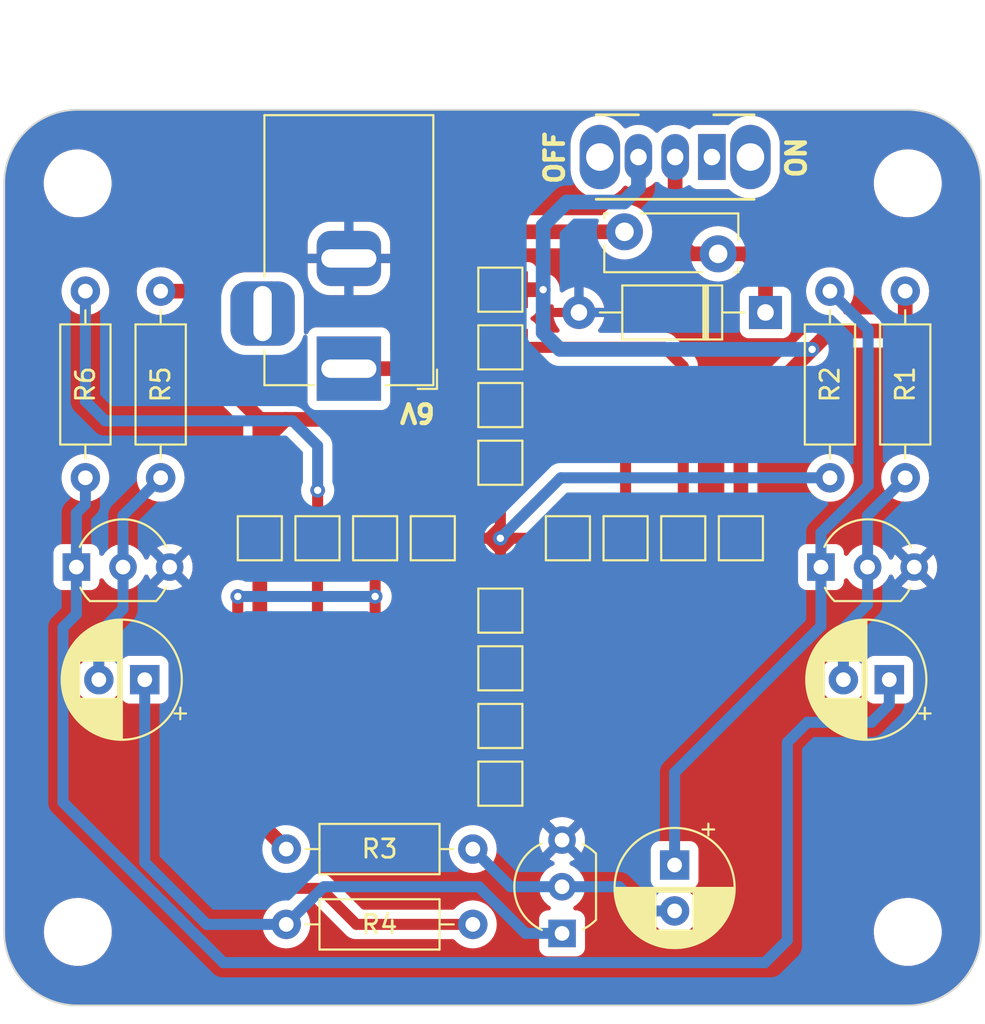
<source format=kicad_pcb>
(kicad_pcb (version 20221018) (generator pcbnew)
  (layers (0 "F.Cu" signal) (31 "B.Cu" signal) (34 "B.Paste" user) (35 "F.Paste" user) (36 "B.SilkS" user "B.Silkscreen") (37 "F.SilkS" user "F.Silkscreen") (38 "B.Mask" user) (39 "F.Mask" user) (44 "Edge.Cuts" user))
  (net 0 "")
  (net 1 "Net-(Q3-C)")
  (net 2 "Net-(Q1-B)")
  (net 3 "Net-(Q1-C)")
  (net 4 "Net-(Q2-B)")
  (net 5 "Net-(Q2-C)")
  (net 6 "Net-(Q3-B)")
  (net 7 "Net-(D2-K)")
  (net 8 "Net-(F1-Pad2)")
  (net 9 "/Vcc")
  (net 10 "/Row1")
  (net 11 "/Row2")
  (net 12 "/Row3")
  (net 14 "GND")
  (footprint "TestPoint:TestPoint_Pad_2.0x2.0mm" (layer "F.Cu") (at 169.42 100.965 -90)
    (fp_text reference "J13" hide)
    (fp_text value "Conn_01x01_Pin")
    (pad "1" smd rect (at 0 0 270) (size 3 2) (layers "F.Cu" "F.Mask") (net 9 "/Vcc"))
  )
  (footprint "TestPoint:TestPoint_Pad_2.0x2.0mm" (layer "F.Cu") (at 156.32 96.855)
    (fp_text reference "J4" hide)
    (fp_text value "Conn_01x01_Pin")
    (pad "1" smd rect (at 0 0) (size 3 2) (layers "F.Cu" "F.Mask") (net 12 "/Row3"))
  )
  (footprint "TestPoint:TestPoint_Pad_2.0x2.0mm" (layer "F.Cu") (at 156.32 114.325 180)
    (fp_text reference "J9" hide)
    (fp_text value "Conn_01x01_Pin")
    (pad "1" smd rect (at 0 0 180) (size 3 2) (layers "F.Cu" "F.Mask") (net 9 "/Vcc"))
  )
  (footprint "Resistor_THT:R_Axial_DIN0207_L6.3mm_D2.5mm_P10.16mm_Horizontal" (layer "F.Cu") (at 144.66 117.885)
    (fp_text reference "R3" (at 5.08 -0.01) (layer "F.SilkS"))
    (fp_text value "10k")
    (pad "1" thru_hole circle (at 0 0) (size 1.6 1.6) (drill 0.8) (layers "*.Cu" "*.Mask") (net 9 "/Vcc"))
    (pad "2" thru_hole oval (at 10.16 0) (size 1.6 1.6) (drill 0.8) (layers "*.Cu" "*.Mask") (net 4 "Net-(Q2-B)"))
  )
  (footprint "MountingHole:MountingHole_3.2mm_M3" (layer "F.Cu") (at 178.51 81.645)
    (fp_text reference "H2")
    (fp_text value "~")
    (pad "" np_thru_hole circle (at 0 0) (size 3.2 3.2) (drill 3.2) (layers "*.Cu" "*.Mask"))
  )
  (footprint "Button_Switch_THT:SW_CuK_OS102011MA1QN1_SPDT_Angled" (layer "F.Cu") (at 167.84 80.215 180)
    (fp_text reference "SW1")
    (fp_text value "SW_SPDT")
    (pad "" thru_hole oval (at -2.1 0 180) (size 2.2 3.5) (drill 1.5) (layers "*.Cu" "*.Mask"))
    (pad "" thru_hole oval (at 6.1 0 180) (size 2.2 3.5) (drill 1.5) (layers "*.Cu" "*.Mask"))
    (pad "1" thru_hole rect (at 0 0 180) (size 1.5 2.5) (drill 0.9) (layers "*.Cu" "*.Mask"))
    (pad "2" thru_hole oval (at 2 0 180) (size 1.5 2.5) (drill 0.9) (layers "*.Cu" "*.Mask") (net 7 "Net-(D2-K)"))
    (pad "3" thru_hole oval (at 4 0 180) (size 1.5 2.5) (drill 0.9) (layers "*.Cu" "*.Mask") (net 9 "/Vcc"))
  )
  (footprint "TestPoint:TestPoint_Pad_2.0x2.0mm" (layer "F.Cu") (at 146.36 100.965 90)
    (fp_text reference "J6" hide)
    (fp_text value "Conn_01x01_Pin")
    (pad "1" smd rect (at 0 0 90) (size 3 2) (layers "F.Cu" "F.Mask") (net 10 "/Row1"))
  )
  (footprint "Resistor_THT:R_Axial_DIN0207_L6.3mm_D2.5mm_P10.16mm_Horizontal" (layer "F.Cu") (at 137.82 87.515 -90)
    (fp_text reference "R5" (at 5.08 0 90) (layer "F.SilkS"))
    (fp_text value "10k")
    (pad "1" thru_hole circle (at 0 0 270) (size 1.6 1.6) (drill 0.8) (layers "*.Cu" "*.Mask") (net 9 "/Vcc"))
    (pad "2" thru_hole oval (at 10.16 0 270) (size 1.6 1.6) (drill 0.8) (layers "*.Cu" "*.Mask") (net 6 "Net-(Q3-B)"))
  )
  (footprint "Capacitor_THT:CP_Radial_D6.3mm_P2.50mm" (layer "F.Cu") (at 165.81 118.75262 -90)
    (fp_text reference "C2")
    (fp_text value "22u")
    (pad "1" thru_hole rect (at 0 0 270) (size 1.6 1.6) (drill 0.8) (layers "*.Cu" "*.Mask") (net 3 "Net-(Q1-C)"))
    (pad "2" thru_hole circle (at 2.5 0 270) (size 1.6 1.6) (drill 0.8) (layers "*.Cu" "*.Mask") (net 4 "Net-(Q2-B)"))
  )
  (footprint "Resistor_THT:R_Axial_DIN0207_L6.3mm_D2.5mm_P10.16mm_Horizontal" (layer "F.Cu") (at 133.72 87.515 -90)
    (fp_text reference "R6" (at 5.08 0 90) (layer "F.SilkS"))
    (fp_text value "R")
    (pad "1" thru_hole circle (at 0 0 270) (size 1.6 1.6) (drill 0.8) (layers "*.Cu" "*.Mask") (net 10 "/Row1"))
    (pad "2" thru_hole oval (at 10.16 0 270) (size 1.6 1.6) (drill 0.8) (layers "*.Cu" "*.Mask") (net 1 "Net-(Q3-C)"))
  )
  (footprint "Capacitor_THT:CP_Radial_D6.3mm_P2.50mm" (layer "F.Cu") (at 177.50238 108.665 180)
    (fp_text reference "C1")
    (fp_text value "22u")
    (pad "1" thru_hole rect (at 0 0 180) (size 1.6 1.6) (drill 0.8) (layers "*.Cu" "*.Mask") (net 1 "Net-(Q3-C)"))
    (pad "2" thru_hole circle (at 2.5 0 180) (size 1.6 1.6) (drill 0.8) (layers "*.Cu" "*.Mask") (net 2 "Net-(Q1-B)"))
  )
  (footprint "TestPoint:TestPoint_Pad_2.0x2.0mm" (layer "F.Cu") (at 152.64 100.965 90)
    (fp_text reference "J8" hide)
    (fp_text value "Conn_01x01_Pin")
    (pad "1" smd rect (at 0 0 90) (size 3 2) (layers "F.Cu" "F.Mask") (net 12 "/Row3"))
  )
  (footprint "TestPoint:TestPoint_Pad_2.0x2.0mm" (layer "F.Cu") (at 160 100.965 -90)
    (fp_text reference "J16" hide)
    (fp_text value "Conn_01x01_Pin")
    (pad "1" smd rect (at 0 0 270) (size 3 2) (layers "F.Cu" "F.Mask") (net 12 "/Row3"))
  )
  (footprint "Resistor_THT:R_Axial_DIN0207_L6.3mm_D2.5mm_P10.16mm_Horizontal" (layer "F.Cu") (at 154.82 121.985 180)
    (fp_text reference "R4" (at 5.08 0) (layer "F.SilkS"))
    (fp_text value "R")
    (pad "1" thru_hole circle (at 0 0 180) (size 1.6 1.6) (drill 0.8) (layers "*.Cu" "*.Mask") (net 11 "/Row2"))
    (pad "2" thru_hole oval (at 10.16 0 180) (size 1.6 1.6) (drill 0.8) (layers "*.Cu" "*.Mask") (net 5 "Net-(Q2-C)"))
  )
  (footprint "MountingHole:MountingHole_3.2mm_M3" (layer "F.Cu") (at 133.31 122.395)
    (fp_text reference "H3")
    (fp_text value "~")
    (pad "" np_thru_hole circle (at 0 0) (size 3.2 3.2) (drill 3.2) (layers "*.Cu" "*.Mask"))
  )
  (footprint "Fuse:Fuse_Bourns_MF-RG300" (layer "F.Cu") (at 168.18 85.485 180)
    (fp_text reference "F1")
    (fp_text value "500mA")
    (pad "1" thru_hole circle (at 0 0 180) (size 2.01 2.01) (drill 1.01) (layers "*.Cu" "*.Mask") (net 7 "Net-(D2-K)"))
    (pad "2" thru_hole circle (at 5.1 1.2 180) (size 2.01 2.01) (drill 1.01) (layers "*.Cu" "*.Mask") (net 8 "Net-(F1-Pad2)"))
  )
  (footprint "TestPoint:TestPoint_Pad_2.0x2.0mm" (layer "F.Cu") (at 156.32 87.435)
    (fp_text reference "J1" hide)
    (fp_text value "Conn_01x01_Pin")
    (pad "1" smd rect (at 0 0) (size 3 2) (layers "F.Cu" "F.Mask") (net 9 "/Vcc"))
  )
  (footprint "TestPoint:TestPoint_Pad_2.0x2.0mm" (layer "F.Cu") (at 149.5 100.965 90)
    (fp_text reference "J7" hide)
    (fp_text value "Conn_01x01_Pin")
    (pad "1" smd rect (at 0 0 90) (size 3 2) (layers "F.Cu" "F.Mask") (net 11 "/Row2"))
  )
  (footprint "TestPoint:TestPoint_Pad_2.0x2.0mm" (layer "F.Cu") (at 156.32 90.575)
    (fp_text reference "J2" hide)
    (fp_text value "Conn_01x01_Pin")
    (pad "1" smd rect (at 0 0) (size 3 2) (layers "F.Cu" "F.Mask") (net 10 "/Row1"))
  )
  (footprint "TestPoint:TestPoint_Pad_2.0x2.0mm" (layer "F.Cu") (at 156.32 93.715)
    (fp_text reference "J3" hide)
    (fp_text value "Conn_01x01_Pin")
    (pad "1" smd rect (at 0 0) (size 3 2) (layers "F.Cu" "F.Mask") (net 11 "/Row2"))
  )
  (footprint "Diode_THT:D_A-405_P10.16mm_Horizontal" (layer "F.Cu") (at 170.76 88.675 180)
    (fp_text reference "D2")
    (fp_text value "D")
    (pad "1" thru_hole rect (at 0 0 180) (size 1.8 1.8) (drill 0.9) (layers "*.Cu" "*.Mask") (net 7 "Net-(D2-K)"))
    (pad "2" thru_hole oval (at 10.16 0 180) (size 1.8 1.8) (drill 0.9) (layers "*.Cu" "*.Mask") (net 14 "GND"))
  )
  (footprint "Package_TO_SOT_THT:TO-92_Inline_Wide" (layer "F.Cu") (at 133.23 102.535)
    (fp_text reference "Q3")
    (fp_text value "NPN")
    (pad "1" thru_hole rect (at 0 0) (size 1.5 1.5) (drill 0.8) (layers "*.Cu" "*.Mask") (net 1 "Net-(Q3-C)"))
    (pad "2" thru_hole circle (at 2.54 0) (size 1.5 1.5) (drill 0.8) (layers "*.Cu" "*.Mask") (net 6 "Net-(Q3-B)"))
    (pad "3" thru_hole circle (at 5.08 0) (size 1.5 1.5) (drill 0.8) (layers "*.Cu" "*.Mask") (net 14 "GND"))
  )
  (footprint "MountingHole:MountingHole_3.2mm_M3" (layer "F.Cu") (at 133.3 81.645)
    (fp_text reference "H1")
    (fp_text value "~")
    (pad "" np_thru_hole circle (at 0 0) (size 3.2 3.2) (drill 3.2) (layers "*.Cu" "*.Mask"))
  )
  (footprint "TestPoint:TestPoint_Pad_2.0x2.0mm" (layer "F.Cu") (at 143.22 100.965 90)
    (fp_text reference "J5" hide)
    (fp_text value "Conn_01x01_Pin")
    (pad "1" smd rect (at 0 0 90) (size 3 2) (layers "F.Cu" "F.Mask") (net 9 "/Vcc"))
  )
  (footprint "Capacitor_THT:CP_Radial_D6.3mm_P2.50mm" (layer "F.Cu") (at 136.95238 108.665 180)
    (fp_text reference "C3")
    (fp_text value "22u")
    (pad "1" thru_hole rect (at 0 0 180) (size 1.6 1.6) (drill 0.8) (layers "*.Cu" "*.Mask") (net 5 "Net-(Q2-C)"))
    (pad "2" thru_hole circle (at 2.5 0 180) (size 1.6 1.6) (drill 0.8) (layers "*.Cu" "*.Mask") (net 6 "Net-(Q3-B)"))
  )
  (footprint "Package_TO_SOT_THT:TO-92_Inline_Wide" (layer "F.Cu") (at 173.78 102.535)
    (fp_text reference "Q1")
    (fp_text value "NPN")
    (pad "1" thru_hole rect (at 0 0) (size 1.5 1.5) (drill 0.8) (layers "*.Cu" "*.Mask") (net 3 "Net-(Q1-C)"))
    (pad "2" thru_hole circle (at 2.54 0) (size 1.5 1.5) (drill 0.8) (layers "*.Cu" "*.Mask") (net 2 "Net-(Q1-B)"))
    (pad "3" thru_hole circle (at 5.08 0) (size 1.5 1.5) (drill 0.8) (layers "*.Cu" "*.Mask") (net 14 "GND"))
  )
  (footprint "TestPoint:TestPoint_Pad_2.0x2.0mm" (layer "F.Cu") (at 166.28 100.965 -90)
    (fp_text reference "J14" hide)
    (fp_text value "Conn_01x01_Pin")
    (pad "1" smd rect (at 0 0 270) (size 3 2) (layers "F.Cu" "F.Mask") (net 10 "/Row1"))
  )
  (footprint "Resistor_THT:R_Axial_DIN0207_L6.3mm_D2.5mm_P10.16mm_Horizontal" (layer "F.Cu") (at 174.27 97.675 90)
    (fp_text reference "R2" (at 5.08 0 90) (layer "F.SilkS"))
    (fp_text value "R")
    (pad "1" thru_hole circle (at 0 0 90) (size 1.6 1.6) (drill 0.8) (layers "*.Cu" "*.Mask") (net 12 "/Row3"))
    (pad "2" thru_hole oval (at 10.16 0 90) (size 1.6 1.6) (drill 0.8) (layers "*.Cu" "*.Mask") (net 3 "Net-(Q1-C)"))
  )
  (footprint "Connector_BarrelJack:BarrelJack_Horizontal" (layer "F.Cu") (at 148.07 91.735 -90)
    (fp_text reference "J17")
    (fp_text value "Jack-DC")
    (pad "1" thru_hole rect (at 0 0 270) (size 3.5 3.5) (drill oval 1 3) (layers "*.Cu" "*.Mask") (net 8 "Net-(F1-Pad2)"))
    (pad "2" thru_hole roundrect (at -6 0 270) (size 3 3.5) (drill oval 1 3) (layers "*.Cu" "*.Mask") (net 14 "GND"))
    (pad "3" thru_hole roundrect (at -3 4.7 270) (size 3.5 3.5) (drill oval 3 1) (layers "*.Cu" "*.Mask"))
  )
  (footprint "TestPoint:TestPoint_Pad_2.0x2.0mm" (layer "F.Cu") (at 156.32 104.905 180)
    (fp_text reference "J12" hide)
    (fp_text value "Conn_01x01_Pin")
    (pad "1" smd rect (at 0 0 180) (size 3 2) (layers "F.Cu" "F.Mask") (net 12 "/Row3"))
  )
  (footprint "MountingHole:MountingHole_3.2mm_M3" (layer "F.Cu") (at 178.51 122.395)
    (fp_text reference "H4")
    (fp_text value "~")
    (pad "" np_thru_hole circle (at 0 0) (size 3.2 3.2) (drill 3.2) (layers "*.Cu" "*.Mask"))
  )
  (footprint "TestPoint:TestPoint_Pad_2.0x2.0mm" (layer "F.Cu") (at 156.32 111.185 180)
    (fp_text reference "J10" hide)
    (fp_text value "Conn_01x01_Pin")
    (pad "1" smd rect (at 0 0 180) (size 3 2) (layers "F.Cu" "F.Mask") (net 10 "/Row1"))
  )
  (footprint "Package_TO_SOT_THT:TO-92_Inline_Wide" (layer "F.Cu") (at 159.68 122.475 90)
    (fp_text reference "Q2")
    (fp_text value "NPN")
    (pad "1" thru_hole rect (at 0 0 90) (size 1.5 1.5) (drill 0.8) (layers "*.Cu" "*.Mask") (net 5 "Net-(Q2-C)"))
    (pad "2" thru_hole circle (at 2.54 0 90) (size 1.5 1.5) (drill 0.8) (layers "*.Cu" "*.Mask") (net 4 "Net-(Q2-B)"))
    (pad "3" thru_hole circle (at 5.08 0 90) (size 1.5 1.5) (drill 0.8) (layers "*.Cu" "*.Mask") (net 14 "GND"))
  )
  (footprint "Resistor_THT:R_Axial_DIN0207_L6.3mm_D2.5mm_P10.16mm_Horizontal" (layer "F.Cu") (at 178.37 87.515 -90)
    (fp_text reference "R1" (at 5.07 0 90) (layer "F.SilkS"))
    (fp_text value "10k")
    (pad "1" thru_hole circle (at 0 0 270) (size 1.6 1.6) (drill 0.8) (layers "*.Cu" "*.Mask") (net 9 "/Vcc"))
    (pad "2" thru_hole oval (at 10.16 0 270) (size 1.6 1.6) (drill 0.8) (layers "*.Cu" "*.Mask") (net 2 "Net-(Q1-B)"))
  )
  (footprint "TestPoint:TestPoint_Pad_2.0x2.0mm" (layer "F.Cu") (at 156.32 108.045 180)
    (fp_text reference "J11" hide)
    (fp_text value "Conn_01x01_Pin")
    (pad "1" smd rect (at 0 0 180) (size 3 2) (layers "F.Cu" "F.Mask") (net 11 "/Row2"))
  )
  (footprint "TestPoint:TestPoint_Pad_2.0x2.0mm" (layer "F.Cu") (at 163.14 100.965 -90)
    (fp_text reference "J15" hide)
    (fp_text value "Conn_01x01_Pin")
    (pad "1" smd rect (at 0 0 270) (size 3 2) (layers "F.Cu" "F.Mask") (net 11 "/Row2"))
  )
  (gr_arc (start 129.3 81.645) (mid 130.471573 78.816573) (end 133.3 77.645) (stroke (width 0.1)) (layer "Edge.Cuts"))
  (gr_arc (start 182.5 122.395) (mid 181.328427 125.223427) (end 178.5 126.395) (stroke (width 0.1)) (layer "Edge.Cuts"))
  (gr_arc (start 133.3 126.395) (mid 130.471573 125.223427) (end 129.3 122.395) (stroke (width 0.1)) (layer "Edge.Cuts"))
  (gr_line (start 182.5 81.645) (end 182.5 122.395) (stroke (width 0.1)) (layer "Edge.Cuts"))
  (gr_line (start 133.3 77.645) (end 178.5 77.645) (stroke (width 0.1)) (layer "Edge.Cuts"))
  (gr_line (start 178.5 126.395) (end 133.3 126.395) (stroke (width 0.1)) (layer "Edge.Cuts"))
  (gr_line (start 129.3 122.395) (end 129.3 81.645) (stroke (width 0.1)) (layer "Edge.Cuts"))
  (gr_arc (start 178.5 77.645) (mid 181.328427 78.816573) (end 182.5 81.645) (stroke (width 0.1)) (layer "Edge.Cuts"))
  (gr_text "6V" (at 152.87 93.55 180) (layer "F.SilkS") (effects (font (size 1 1) (thickness 0.25) bold) (justify left bottom)))
  (gr_text "ON" (at 173.03 81.455 90) (layer "F.SilkS") (effects (font (size 1 1) (thickness 0.25) bold) (justify left bottom)))
  (gr_text "OFF" (at 159.86 81.788334 90) (layer "F.SilkS") (effects (font (size 1 1) (thickness 0.25) bold) (justify left bottom)))
  (segment (start 133.23 99.595) (end 133.72 99.105) (width 0.6) (layer "B.Cu") (net 1))
  (segment (start 133.23 105.095) (end 132.5 105.825) (width 0.6) (layer "B.Cu") (net 1))
  (segment (start 132.5 115.335) (end 141.23 124.065) (width 0.6) (layer "B.Cu") (net 1))
  (segment (start 133.23 102.535) (end 133.23 105.095) (width 0.6) (layer "B.Cu") (net 1))
  (segment (start 141.23 124.065) (end 170.73 124.065) (width 0.6) (layer "B.Cu") (net 1))
  (segment (start 171.95 122.845) (end 171.95 112.075) (width 0.6) (layer "B.Cu") (net 1))
  (segment (start 177.50238 110.01262) (end 177.50238 108.665) (width 0.6) (layer "B.Cu") (net 1))
  (segment (start 133.72 99.105) (end 133.72 97.675) (width 0.6) (layer "B.Cu") (net 1))
  (segment (start 176.53 110.985) (end 177.50238 110.01262) (width 0.6) (layer "B.Cu") (net 1))
  (segment (start 173.04 110.985) (end 176.53 110.985) (width 0.6) (layer "B.Cu") (net 1))
  (segment (start 133.23 102.535) (end 133.23 99.595) (width 0.6) (layer "B.Cu") (net 1))
  (segment (start 132.5 105.825) (end 132.5 115.335) (width 0.6) (layer "B.Cu") (net 1))
  (segment (start 170.73 124.065) (end 171.95 122.845) (width 0.6) (layer "B.Cu") (net 1))
  (segment (start 171.95 112.075) (end 173.04 110.985) (width 0.6) (layer "B.Cu") (net 1))
  (segment (start 175.00238 108.665) (end 175.00238 105.88262) (width 0.6) (layer "B.Cu") (net 2))
  (segment (start 176.32 102.535) (end 176.32 99.725) (width 0.6) (layer "B.Cu") (net 2))
  (segment (start 175.00238 105.88262) (end 176.32 104.565) (width 0.6) (layer "B.Cu") (net 2))
  (segment (start 176.32 99.725) (end 178.37 97.675) (width 0.6) (layer "B.Cu") (net 2))
  (segment (start 176.32 104.565) (end 176.32 102.535) (width 0.6) (layer "B.Cu") (net 2))
  (segment (start 173.78 100.675) (end 176.35 98.105) (width 0.6) (layer "B.Cu") (net 3))
  (segment (start 176.35 89.595) (end 174.27 87.515) (width 0.6) (layer "B.Cu") (net 3))
  (segment (start 173.78 102.535) (end 173.78 105.755) (width 0.6) (layer "B.Cu") (net 3))
  (segment (start 176.35 98.105) (end 176.35 89.595) (width 0.6) (layer "B.Cu") (net 3))
  (segment (start 165.81 113.725) (end 165.81 118.75262) (width 0.6) (layer "B.Cu") (net 3))
  (segment (start 173.78 105.755) (end 165.81 113.725) (width 0.6) (layer "B.Cu") (net 3))
  (segment (start 173.78 102.535) (end 173.78 100.675) (width 0.6) (layer "B.Cu") (net 3))
  (segment (start 156.87 119.935) (end 154.82 117.885) (width 0.6) (layer "B.Cu") (net 4))
  (segment (start 162.79 119.935) (end 159.68 119.935) (width 0.6) (layer "B.Cu") (net 4))
  (segment (start 159.68 119.935) (end 156.87 119.935) (width 0.6) (layer "B.Cu") (net 4))
  (segment (start 165.81 121.25262) (end 164.10762 121.25262) (width 0.6) (layer "B.Cu") (net 4))
  (segment (start 164.10762 121.25262) (end 162.79 119.935) (width 0.6) (layer "B.Cu") (net 4))
  (segment (start 140.33 121.985) (end 136.95238 118.60738) (width 0.6) (layer "B.Cu") (net 5))
  (segment (start 144.66 121.985) (end 140.33 121.985) (width 0.6) (layer "B.Cu") (net 5))
  (segment (start 155.15 119.935) (end 157.69 122.475) (width 0.6) (layer "B.Cu") (net 5))
  (segment (start 146.71 119.935) (end 155.15 119.935) (width 0.6) (layer "B.Cu") (net 5))
  (segment (start 157.69 122.475) (end 159.68 122.475) (width 0.6) (layer "B.Cu") (net 5))
  (segment (start 144.66 121.985) (end 146.71 119.935) (width 0.6) (layer "B.Cu") (net 5))
  (segment (start 136.95238 118.60738) (end 136.95238 108.665) (width 0.6) (layer "B.Cu") (net 5))
  (segment (start 135.77 104.815) (end 135.77 102.535) (width 0.6) (layer "B.Cu") (net 6))
  (segment (start 134.45238 108.665) (end 134.45238 106.13262) (width 0.6) (layer "B.Cu") (net 6))
  (segment (start 135.77 102.535) (end 135.77 99.725) (width 0.6) (layer "B.Cu") (net 6))
  (segment (start 135.77 99.725) (end 137.82 97.675) (width 0.6) (layer "B.Cu") (net 6))
  (segment (start 134.45238 106.13262) (end 135.77 104.815) (width 0.6) (layer "B.Cu") (net 6))
  (segment (start 170.76 86.575) (end 169.67 85.485) (width 0.8) (layer "F.Cu") (net 7))
  (segment (start 166.7 85.485) (end 168.18 85.485) (width 0.8) (layer "F.Cu") (net 7))
  (segment (start 169.67 85.485) (end 168.18 85.485) (width 0.8) (layer "F.Cu") (net 7))
  (segment (start 165.84 80.215) (end 165.84 84.625) (width 0.8) (layer "F.Cu") (net 7))
  (segment (start 170.76 88.675) (end 170.76 86.575) (width 0.8) (layer "F.Cu") (net 7))
  (segment (start 165.84 84.625) (end 166.7 85.485) (width 0.8) (layer "F.Cu") (net 7))
  (segment (start 152.63 85.475) (end 153.82 84.285) (width 0.8) (layer "F.Cu") (net 8))
  (segment (start 148.07 91.735) (end 151.2 91.735) (width 0.8) (layer "F.Cu") (net 8))
  (segment (start 152.63 90.305) (end 152.63 85.475) (width 0.8) (layer "F.Cu") (net 8))
  (segment (start 151.2 91.735) (end 152.63 90.305) (width 0.8) (layer "F.Cu") (net 8))
  (segment (start 153.82 84.285) (end 163.08 84.285) (width 0.8) (layer "F.Cu") (net 8))
  (segment (start 144.38 114.325) (end 143.22 115.485) (width 0.8) (layer "F.Cu") (net 9))
  (segment (start 140.4 88.515) (end 140.4 91.665) (width 0.8) (layer "F.Cu") (net 9))
  (segment (start 144.38 114.325) (end 143.27 114.325) (width 0.8) (layer "F.Cu") (net 9))
  (segment (start 169.5 94.485) (end 169.51 94.475) (width 0.8) (layer "F.Cu") (net 9))
  (segment (start 143.22 113.165) (end 143.22 113.045) (width 0.8) (layer "F.Cu") (net 9))
  (segment (start 143.22 114.375) (end 143.27 114.325) (width 0.8) (layer "F.Cu") (net 9))
  (segment (start 143.24 94.505) (end 143.25 94.495) (width 0.8) (layer "F.Cu") (net 9))
  (segment (start 153.86 88.355) (end 153.86 93.275) (width 0.8) (layer "F.Cu") (net 9))
  (segment (start 143.25 94.495) (end 144.62 94.495) (width 0.8) (layer "F.Cu") (net 9))
  (segment (start 137.82 87.515) (end 139.4 87.515) (width 0.8) (layer "F.Cu") (net 9))
  (segment (start 173.3 90.685) (end 169.51 94.475) (width 0.8) (layer "F.Cu") (net 9))
  (segment (start 177.61 89.685) (end 174.3 89.685) (width 0.8) (layer "F.Cu") (net 9))
  (segment (start 169.42 94.565) (end 169.51 94.475) (width 0.8) (layer "F.Cu") (net 9))
  (segment (start 143.22 114.275) (end 143.22 113.045) (width 0.8) (layer "F.Cu") (net 9))
  (segment (start 144.38 114.325) (end 143.22 113.165) (width 0.8) (layer "F.Cu") (net 9))
  (segment (start 143.24 94.505) (end 143.925 95.19) (width 0.8) (layer "F.Cu") (net 9))
  (segment (start 144.62 94.495) (end 143.925 95.19) (width 0.8) (layer "F.Cu") (net 9))
  (segment (start 153.86 93.275) (end 152.64 94.495) (width 0.8) (layer "F.Cu") (net 9))
  (segment (start 144.66 117.885) (end 143.22 116.445) (width 0.8) (layer "F.Cu") (net 9))
  (segment (start 143.925 95.19) (end 143.22 95.895) (width 0.8) (layer "F.Cu") (net 9))
  (segment (start 143.22 116.445) (end 143.22 115.545) (width 0.8) (layer "F.Cu") (net 9))
  (segment (start 156.32 114.325) (end 144.38 114.325) (width 0.8) (layer "F.Cu") (net 9))
  (segment (start 140.4 91.665) (end 143.24 94.505) (width 0.8) (layer "F.Cu") (net 9))
  (segment (start 169.42 95.995) (end 169.42 94.565) (width 0.8) (layer "F.Cu") (net 9))
  (segment (start 143.22 113.045) (end 143.22 100.965) (width 0.8) (layer "F.Cu") (net 9))
  (segment (start 157.9 87.435) (end 156.32 87.435) (width 0.8) (layer "F.Cu") (net 9))
  (segment (start 178.37 88.925) (end 177.61 89.685) (width 0.8) (layer "F.Cu") (net 9))
  (segment (start 143.22 95.895) (end 143.22 100.965) (width 0.8) (layer "F.Cu") (net 9))
  (segment (start 169.42 95.995) (end 169.42 100.965) (width 0.8) (layer "F.Cu") (net 9))
  (segment (start 174.3 89.685) (end 173.3 90.685) (width 0.8) (layer "F.Cu") (net 9))
  (segment (start 152.64 94.495) (end 144.62 94.495) (width 0.8) (layer "F.Cu") (net 9))
  (segment (start 158.65 87.435) (end 157.9 87.435) (width 0.8) (layer "F.Cu") (net 9))
  (segment (start 139.4 87.515) (end 140.4 88.515) (width 0.8) (layer "F.Cu") (net 9))
  (segment (start 143.22 94.525) (end 143.24 94.505) (width 0.8) (layer "F.Cu") (net 9))
  (segment (start 143.27 114.325) (end 143.22 114.275) (width 0.8) (layer "F.Cu") (net 9))
  (segment (start 178.37 87.515) (end 178.37 88.925) (width 0.8) (layer "F.Cu") (net 9))
  (segment (start 143.22 95.895) (end 143.22 94.525) (width 0.8) (layer "F.Cu") (net 9))
  (segment (start 154.78 87.435) (end 153.86 88.355) (width 0.8) (layer "F.Cu") (net 9))
  (segment (start 143.22 115.545) (end 143.22 114.375) (width 0.8) (layer "F.Cu") (net 9))
  (segment (start 156.32 87.435) (end 154.78 87.435) (width 0.8) (layer "F.Cu") (net 9))
  (segment (start 143.22 115.485) (end 143.22 115.545) (width 0.8) (layer "F.Cu") (net 9))
  (via (at 173.3 90.685) (size 0.8) (drill 0.4) (layers "F.Cu" "B.Cu") (net 9))
  (via (at 158.65 87.435) (size 0.8) (drill 0.4) (layers "F.Cu" "B.Cu") (net 9))
  (segment (start 158.65 87.435) (end 158.65 89.775) (width 0.8) (layer "B.Cu") (net 9))
  (segment (start 163.84 81.875) (end 163.05 82.665) (width 0.8) (layer "B.Cu") (net 9))
  (segment (start 159.93 82.665) (end 158.65 83.945) (width 0.8) (layer "B.Cu") (net 9))
  (segment (start 158.65 89.775) (end 159.56 90.685) (width 0.8) (layer "B.Cu") (net 9))
  (segment (start 159.56 90.685) (end 173.3 90.685) (width 0.8) (layer "B.Cu") (net 9))
  (segment (start 163.84 80.215) (end 163.84 81.875) (width 0.8) (layer "B.Cu") (net 9))
  (segment (start 163.05 82.665) (end 159.93 82.665) (width 0.8) (layer "B.Cu") (net 9))
  (segment (start 158.65 83.945) (end 158.65 87.435) (width 0.8) (layer "B.Cu") (net 9))
  (segment (start 156.32 111.185) (end 147.47 111.185) (width 0.6) (layer "F.Cu") (net 10))
  (segment (start 146.37 98.355) (end 146.37 100.955) (width 0.6) (layer "F.Cu") (net 10))
  (segment (start 156.32 90.575) (end 165.25 90.575) (width 0.6) (layer "F.Cu") (net 10))
  (segment (start 165.33 111.185) (end 166.28 110.235) (width 0.6) (layer "F.Cu") (net 10))
  (segment (start 166.28 91.605) (end 166.28 100.965) (width 0.6) (layer "F.Cu") (net 10))
  (segment (start 156.32 111.185) (end 165.33 111.185) (width 0.6) (layer "F.Cu") (net 10))
  (segment (start 146.36 110.075) (end 146.36 100.965) (width 0.6) (layer "F.Cu") (net 10))
  (segment (start 166.28 110.235) (end 166.28 100.965) (width 0.6) (layer "F.Cu") (net 10))
  (segment (start 165.25 90.575) (end 166.28 91.605) (width 0.6) (layer "F.Cu") (net 10))
  (segment (start 147.47 111.185) (end 146.36 110.075) (width 0.6) (layer "F.Cu") (net 10))
  (segment (start 146.37 100.955) (end 146.36 100.965) (width 0.6) (layer "F.Cu") (net 10))
  (via (at 146.37 98.355) (size 0.8) (drill 0.4) (layers "F.Cu" "B.Cu") (net 10))
  (segment (start 146.37 95.935) (end 146.37 98.355) (width 0.6) (layer "B.Cu") (net 10))
  (segment (start 145.01 94.575) (end 146.37 95.935) (width 0.6) (layer "B.Cu") (net 10))
  (segment (start 133.72 87.515) (end 133.72 93.495) (width 0.6) (layer "B.Cu") (net 10))
  (segment (start 134.8 94.575) (end 145.01 94.575) (width 0.6) (layer "B.Cu") (net 10))
  (segment (start 133.72 93.495) (end 134.8 94.575) (width 0.6) (layer "B.Cu") (net 10))
  (segment (start 146.52 120.025) (end 144.19 120.025) (width 0.6) (layer "F.Cu") (net 11))
  (segment (start 156.32 93.715) (end 162.03 93.715) (width 0.6) (layer "F.Cu") (net 11))
  (segment (start 156.32 108.045) (end 162.03 108.045) (width 0.6) (layer "F.Cu") (net 11))
  (segment (start 162.03 93.715) (end 163.14 94.825) (width 0.6) (layer "F.Cu") (net 11))
  (segment (start 163.14 106.935) (end 163.14 100.965) (width 0.6) (layer "F.Cu") (net 11))
  (segment (start 163.14 94.825) (end 163.14 100.965) (width 0.6) (layer "F.Cu") (net 11))
  (segment (start 144.19 120.025) (end 142.02 117.855) (width 0.6) (layer "F.Cu") (net 11))
  (segment (start 162.03 108.045) (end 163.14 106.935) (width 0.6) (layer "F.Cu") (net 11))
  (segment (start 149.5 104.135) (end 149.5 100.965) (width 0.6) (layer "F.Cu") (net 11))
  (segment (start 154.82 121.985) (end 148.48 121.985) (width 0.6) (layer "F.Cu") (net 11))
  (segment (start 156.32 108.045) (end 150.72 108.045) (width 0.6) (layer "F.Cu") (net 11))
  (segment (start 150.72 108.045) (end 149.5 106.825) (width 0.6) (layer "F.Cu") (net 11))
  (segment (start 142.02 117.855) (end 142.02 104.135) (width 0.6) (layer "F.Cu") (net 11))
  (segment (start 148.48 121.985) (end 146.52 120.025) (width 0.6) (layer "F.Cu") (net 11))
  (segment (start 149.5 106.825) (end 149.5 104.135) (width 0.6) (layer "F.Cu") (net 11))
  (via (at 142.02 104.135) (size 0.8) (drill 0.4) (layers "F.Cu" "B.Cu") (net 11))
  (via (at 149.5 104.135) (size 0.8) (drill 0.4) (layers "F.Cu" "B.Cu") (net 11))
  (segment (start 142.02 104.135) (end 149.5 104.135) (width 0.6) (layer "B.Cu") (net 11))
  (segment (start 156.32 100.325) (end 156.96 100.965) (width 0.6) (layer "F.Cu") (net 12))
  (segment (start 157.05 100.965) (end 160 100.965) (width 0.6) (layer "F.Cu") (net 12))
  (segment (start 156.32 101.605) (end 156.96 100.965) (width 0.6) (layer "F.Cu") (net 12))
  (segment (start 156.32 104.905) (end 156.32 101.705) (width 0.6) (layer "F.Cu") (net 12))
  (segment (start 152.64 100.965) (end 155.68 100.965) (width 0.6) (layer "F.Cu") (net 12))
  (segment (start 156.32 100.325) (end 156.32 100.245) (width 0.6) (layer "F.Cu") (net 12))
  (segment (start 155.68 100.965) (end 156.32 101.605) (width 0.6) (layer "F.Cu") (net 12))
  (segment (start 156.32 101.705) (end 156.32 100.245) (width 0.6) (layer "F.Cu") (net 12))
  (segment (start 156.32 100.965) (end 157.05 100.965) (width 0.6) (layer "F.Cu") (net 12))
  (segment (start 156.32 101.605) (end 156.32 101.705) (width 0.6) (layer "F.Cu") (net 12))
  (segment (start 155.68 100.965) (end 156.32 100.325) (width 0.6) (layer "F.Cu") (net 12))
  (segment (start 156.96 100.965) (end 157.05 100.965) (width 0.6) (layer "F.Cu") (net 12))
  (segment (start 155.68 100.965) (end 156.32 100.965) (width 0.6) (layer "F.Cu") (net 12))
  (segment (start 156.32 100.245) (end 156.32 96.855) (width 0.6) (layer "F.Cu") (net 12))
  (via (at 156.32 100.965) (size 0.8) (drill 0.4) (layers "F.Cu" "B.Cu") (net 12))
  (segment (start 174.27 97.675) (end 159.61 97.675) (width 0.6) (layer "B.Cu") (net 12))
  (segment (start 159.61 97.675) (end 156.32 100.965) (width 0.6) (layer "B.Cu") (net 12))
  (zone (net 14) (net_name "GND") (layers "F&B.Cu") (connect_pads (clearance 0.5)) (min_thickness 0.25) (fill yes (thermal_gap 0.5) (thermal_bridge_width 0.5))
    (polygon (pts (xy 129.15 77.505) (xy 182.72 77.495) (xy 182.69 126.655) (xy 129.07 126.605)))
  )
)
</source>
